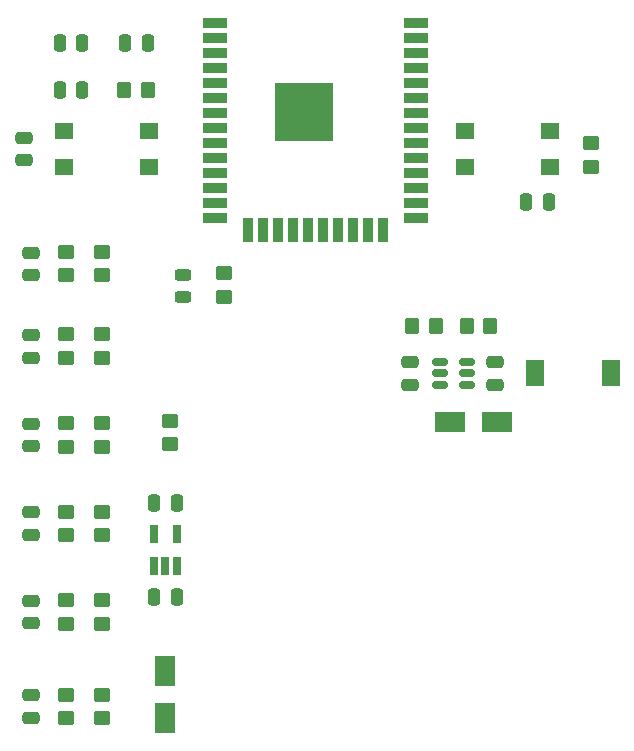
<source format=gtp>
G04 #@! TF.GenerationSoftware,KiCad,Pcbnew,(6.0.5)*
G04 #@! TF.CreationDate,2023-04-20T10:52:06+08:00*
G04 #@! TF.ProjectId,Pill Dispenser,50696c6c-2044-4697-9370-656e7365722e,rev?*
G04 #@! TF.SameCoordinates,Original*
G04 #@! TF.FileFunction,Paste,Top*
G04 #@! TF.FilePolarity,Positive*
%FSLAX46Y46*%
G04 Gerber Fmt 4.6, Leading zero omitted, Abs format (unit mm)*
G04 Created by KiCad (PCBNEW (6.0.5)) date 2023-04-20 10:52:06*
%MOMM*%
%LPD*%
G01*
G04 APERTURE LIST*
G04 Aperture macros list*
%AMRoundRect*
0 Rectangle with rounded corners*
0 $1 Rounding radius*
0 $2 $3 $4 $5 $6 $7 $8 $9 X,Y pos of 4 corners*
0 Add a 4 corners polygon primitive as box body*
4,1,4,$2,$3,$4,$5,$6,$7,$8,$9,$2,$3,0*
0 Add four circle primitives for the rounded corners*
1,1,$1+$1,$2,$3*
1,1,$1+$1,$4,$5*
1,1,$1+$1,$6,$7*
1,1,$1+$1,$8,$9*
0 Add four rect primitives between the rounded corners*
20,1,$1+$1,$2,$3,$4,$5,0*
20,1,$1+$1,$4,$5,$6,$7,0*
20,1,$1+$1,$6,$7,$8,$9,0*
20,1,$1+$1,$8,$9,$2,$3,0*%
G04 Aperture macros list end*
%ADD10RoundRect,0.250000X0.250000X0.475000X-0.250000X0.475000X-0.250000X-0.475000X0.250000X-0.475000X0*%
%ADD11RoundRect,0.250000X0.450000X-0.350000X0.450000X0.350000X-0.450000X0.350000X-0.450000X-0.350000X0*%
%ADD12RoundRect,0.250000X0.475000X-0.250000X0.475000X0.250000X-0.475000X0.250000X-0.475000X-0.250000X0*%
%ADD13R,2.500000X1.800000*%
%ADD14RoundRect,0.250000X-0.250000X-0.475000X0.250000X-0.475000X0.250000X0.475000X-0.250000X0.475000X0*%
%ADD15RoundRect,0.250000X-0.450000X0.350000X-0.450000X-0.350000X0.450000X-0.350000X0.450000X0.350000X0*%
%ADD16RoundRect,0.250000X0.350000X0.450000X-0.350000X0.450000X-0.350000X-0.450000X0.350000X-0.450000X0*%
%ADD17R,0.650000X1.560000*%
%ADD18RoundRect,0.250000X-0.475000X0.250000X-0.475000X-0.250000X0.475000X-0.250000X0.475000X0.250000X0*%
%ADD19R,1.600000X1.400000*%
%ADD20R,2.000000X0.900000*%
%ADD21R,0.900000X2.000000*%
%ADD22R,5.000000X5.000000*%
%ADD23R,1.500000X2.200000*%
%ADD24RoundRect,0.150000X0.512500X0.150000X-0.512500X0.150000X-0.512500X-0.150000X0.512500X-0.150000X0*%
%ADD25R,1.800000X2.500000*%
%ADD26RoundRect,0.243750X-0.456250X0.243750X-0.456250X-0.243750X0.456250X-0.243750X0.456250X0.243750X0*%
G04 APERTURE END LIST*
D10*
X113500000Y-80000000D03*
X111600000Y-80000000D03*
D11*
X109600000Y-99700000D03*
X109600000Y-97700000D03*
D12*
X142900000Y-108950000D03*
X142900000Y-107050000D03*
D11*
X109600000Y-129200000D03*
X109600000Y-127200000D03*
D13*
X143100000Y-112100000D03*
X139100000Y-112100000D03*
D11*
X109600000Y-137200000D03*
X109600000Y-135200000D03*
D14*
X114050000Y-126950000D03*
X115950000Y-126950000D03*
D11*
X106600000Y-114200000D03*
X106600000Y-112200000D03*
D14*
X106050000Y-80000000D03*
X107950000Y-80000000D03*
D15*
X151000000Y-88500000D03*
X151000000Y-90500000D03*
D11*
X109600000Y-121700000D03*
X109600000Y-119700000D03*
D12*
X103600000Y-129150000D03*
X103600000Y-127250000D03*
D16*
X113500000Y-84000000D03*
X111500000Y-84000000D03*
D17*
X114050000Y-124300000D03*
X115000000Y-124300000D03*
X115950000Y-124300000D03*
X115950000Y-121600000D03*
X114050000Y-121600000D03*
D15*
X120000000Y-99500000D03*
X120000000Y-101500000D03*
D18*
X135700000Y-107050000D03*
X135700000Y-108950000D03*
D11*
X109600000Y-114200000D03*
X109600000Y-112200000D03*
D12*
X103600000Y-137150000D03*
X103600000Y-135250000D03*
D19*
X113600000Y-87500000D03*
X106400000Y-87500000D03*
X113600000Y-90500000D03*
X106400000Y-90500000D03*
D18*
X103000000Y-88050000D03*
X103000000Y-89950000D03*
D16*
X142500000Y-104000000D03*
X140500000Y-104000000D03*
D20*
X119200000Y-78345000D03*
X119200000Y-79615000D03*
X119200000Y-80885000D03*
X119200000Y-82155000D03*
X119200000Y-83425000D03*
X119200000Y-84695000D03*
X119200000Y-85965000D03*
X119200000Y-87235000D03*
X119200000Y-88505000D03*
X119200000Y-89775000D03*
X119200000Y-91045000D03*
X119200000Y-92315000D03*
X119200000Y-93585000D03*
X119200000Y-94855000D03*
D21*
X121985000Y-95855000D03*
X123255000Y-95855000D03*
X124525000Y-95855000D03*
X125795000Y-95855000D03*
X127065000Y-95855000D03*
X128335000Y-95855000D03*
X129605000Y-95855000D03*
X130875000Y-95855000D03*
X132145000Y-95855000D03*
X133415000Y-95855000D03*
D20*
X136200000Y-94855000D03*
X136200000Y-93585000D03*
X136200000Y-92315000D03*
X136200000Y-91045000D03*
X136200000Y-89775000D03*
X136200000Y-88505000D03*
X136200000Y-87235000D03*
X136200000Y-85965000D03*
X136200000Y-84695000D03*
X136200000Y-83425000D03*
X136200000Y-82155000D03*
X136200000Y-80885000D03*
X136200000Y-79615000D03*
X136200000Y-78345000D03*
D22*
X126700000Y-85845000D03*
D11*
X106600000Y-121700000D03*
X106600000Y-119700000D03*
D14*
X114050000Y-118950000D03*
X115950000Y-118950000D03*
D11*
X109600000Y-106700000D03*
X109600000Y-104700000D03*
X106600000Y-129200000D03*
X106600000Y-127200000D03*
D12*
X103600000Y-99700000D03*
X103600000Y-97800000D03*
D23*
X146300000Y-108000000D03*
X152700000Y-108000000D03*
D12*
X103600000Y-106650000D03*
X103600000Y-104750000D03*
D16*
X137900000Y-104000000D03*
X135900000Y-104000000D03*
D24*
X140500000Y-108950000D03*
X140500000Y-108000000D03*
X140500000Y-107050000D03*
X138225000Y-107050000D03*
X138225000Y-108000000D03*
X138225000Y-108950000D03*
D14*
X106050000Y-84000000D03*
X107950000Y-84000000D03*
D19*
X147600000Y-87500000D03*
X140400000Y-87500000D03*
X147600000Y-90500000D03*
X140400000Y-90500000D03*
D11*
X106600000Y-137200000D03*
X106600000Y-135200000D03*
X115400000Y-114000000D03*
X115400000Y-112000000D03*
D25*
X115000000Y-133200000D03*
X115000000Y-137200000D03*
D11*
X106600000Y-106700000D03*
X106600000Y-104700000D03*
D12*
X103600000Y-114150000D03*
X103600000Y-112250000D03*
D11*
X106600000Y-99700000D03*
X106600000Y-97700000D03*
D12*
X103600000Y-121650000D03*
X103600000Y-119750000D03*
D14*
X145550000Y-93500000D03*
X147450000Y-93500000D03*
D26*
X116500000Y-99624999D03*
X116500000Y-101499999D03*
M02*

</source>
